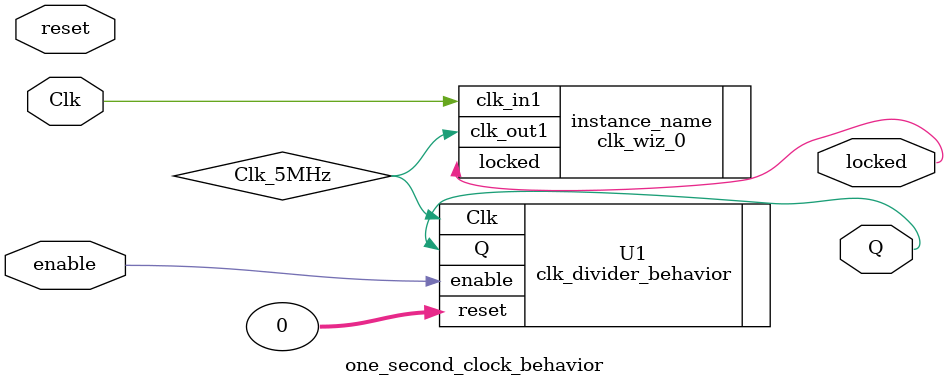
<source format=v>
`timescale 1ns / 1ps

module one_second_clock_behavior(
    input Clk,
    input reset,
    input enable,
    output locked,
    output Q
    );
    
       wire Q;

       // clock generator instantiation
        clk_wiz_0 instance_name
        (
        // Clock in ports
         .clk_in1(Clk),      // input clk_in1
         // Clock out ports
         .clk_out1(Clk_5MHz),     // output clk_out1
         // Status and control signals
//         .reset(reset), // input reset
         .locked(locked)); 

       // clock divider instantiation
       clk_divider_behavior U1 (.Clk(Clk_5MHz), .reset(0), .enable(enable), .Q(Q));

endmodule

</source>
